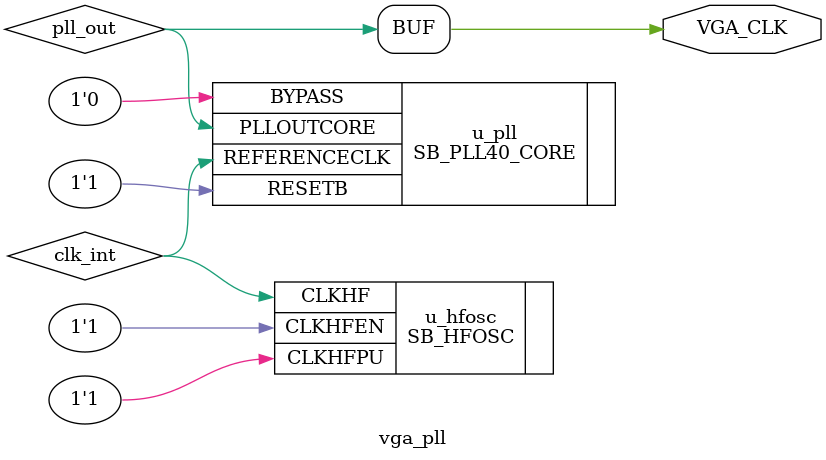
<source format=sv>

module vga_pll (
    output logic VGA_CLK
);
    // Step 1: Internal 12 MHz oscillator
    logic clk_int;
    SB_HFOSC #(
        .CLKHF_DIV("0b10")  // Divide by 4, 12 MHz (default is 48 MHz)
    ) u_hfosc (
        .CLKHFEN(1'b1),
        .CLKHFPU(1'b1),
        .CLKHF(clk_int)
    );

    // Step 2: PLL to generate ~25 MHz
    logic pll_out;

    SB_PLL40_CORE #(
        .FEEDBACK_PATH("SIMPLE"),
        .PLLOUT_SELECT("GENCLK"),
        .DIVR(4'b0000),     
        .DIVF(7'd66),       
        .DIVQ(3'b101),         
        .FILTER_RANGE(3'b100)
    ) u_pll (
        .REFERENCECLK(clk_int),
        .PLLOUTCORE(pll_out),
        .RESETB(1'b1),
        .BYPASS(1'b0)
    );

    // Step 3: Output
    assign VGA_CLK = pll_out;
endmodule
</source>
